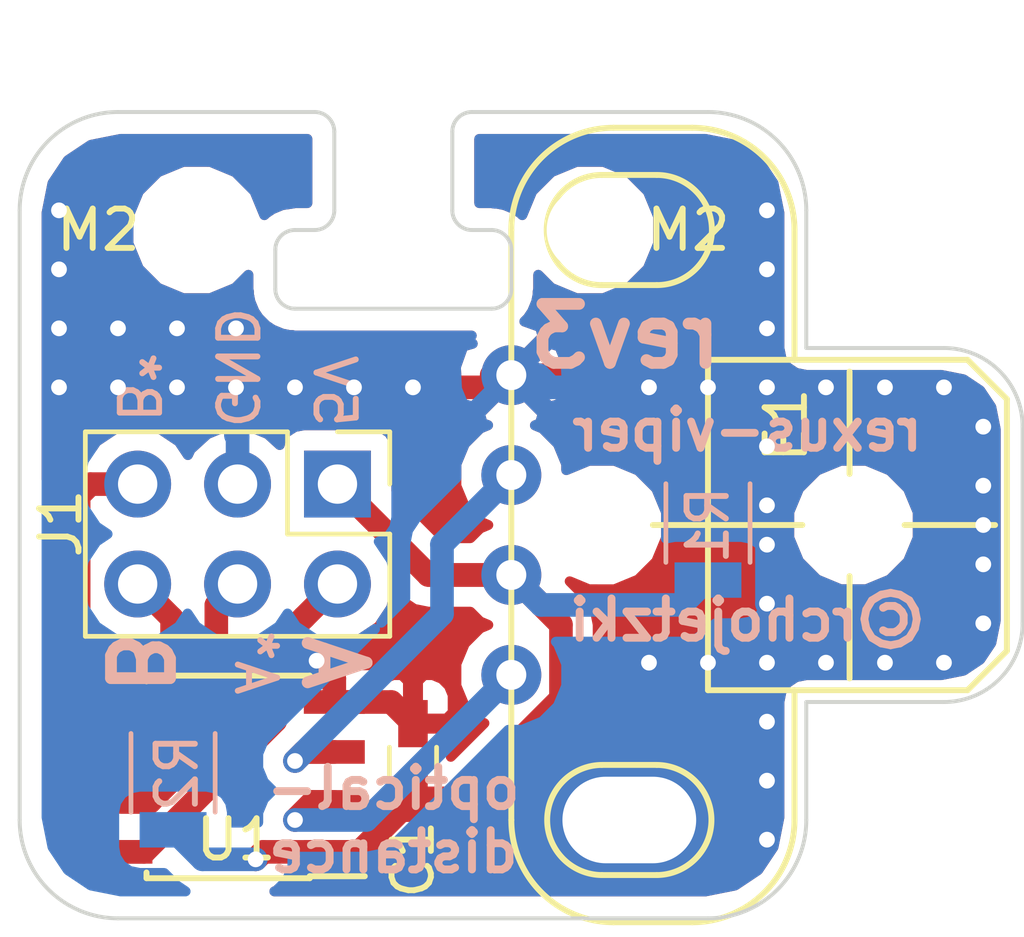
<source format=kicad_pcb>
(kicad_pcb (version 4) (host pcbnew 4.0.6)

  (general
    (links 17)
    (no_connects 0)
    (area 53.525 33.5 122.057143 62.415001)
    (thickness 1.6)
    (drawings 39)
    (tracks 148)
    (zones 0)
    (modules 8)
    (nets 9)
  )

  (page User 140.005 119.99)
  (title_block
    (title "Optical position sensor")
    (date 2017-06-01)
    (rev 1)
    (company VIPER)
  )

  (layers
    (0 F.Cu signal)
    (31 B.Cu signal)
    (32 B.Adhes user)
    (33 F.Adhes user)
    (34 B.Paste user)
    (35 F.Paste user)
    (36 B.SilkS user)
    (37 F.SilkS user)
    (38 B.Mask user)
    (39 F.Mask user)
    (40 Dwgs.User user)
    (41 Cmts.User user)
    (42 Eco1.User user)
    (43 Eco2.User user)
    (44 Edge.Cuts user)
    (45 Margin user)
    (46 B.CrtYd user)
    (47 F.CrtYd user)
    (48 B.Fab user hide)
    (49 F.Fab user hide)
  )

  (setup
    (last_trace_width 0.6)
    (user_trace_width 0.3)
    (trace_clearance 0.2)
    (zone_clearance 0.508)
    (zone_45_only no)
    (trace_min 0.2)
    (segment_width 0.2)
    (edge_width 0.1)
    (via_size 0.6)
    (via_drill 0.4)
    (via_min_size 0.4)
    (via_min_drill 0.3)
    (uvia_size 0.3)
    (uvia_drill 0.1)
    (uvias_allowed no)
    (uvia_min_size 0.2)
    (uvia_min_drill 0.1)
    (pcb_text_width 0.3)
    (pcb_text_size 1.5 1.5)
    (mod_edge_width 0.15)
    (mod_text_size 1 1)
    (mod_text_width 0.15)
    (pad_size 2.2 3.4)
    (pad_drill 2.2)
    (pad_to_mask_clearance 0)
    (aux_axis_origin 0 0)
    (visible_elements 7FFFFFFF)
    (pcbplotparams
      (layerselection 0x010f0_80000001)
      (usegerberextensions true)
      (excludeedgelayer true)
      (linewidth 0.100000)
      (plotframeref false)
      (viasonmask false)
      (mode 1)
      (useauxorigin false)
      (hpglpennumber 1)
      (hpglpenspeed 20)
      (hpglpendiameter 15)
      (hpglpenoverlay 2)
      (psnegative false)
      (psa4output false)
      (plotreference true)
      (plotvalue true)
      (plotinvisibletext false)
      (padsonsilk false)
      (subtractmaskfromsilk false)
      (outputformat 1)
      (mirror false)
      (drillshape 0)
      (scaleselection 1)
      (outputdirectory gerber/))
  )

  (net 0 "")
  (net 1 "Net-(E1-Pad2)")
  (net 2 "Net-(E1-Pad4)")
  (net 3 /VCC)
  (net 4 /GND)
  (net 5 /A)
  (net 6 /A*)
  (net 7 /B*)
  (net 8 /B)

  (net_class Default "This is the default net class."
    (clearance 0.2)
    (trace_width 0.6)
    (via_dia 0.6)
    (via_drill 0.4)
    (uvia_dia 0.3)
    (uvia_drill 0.1)
    (add_net /A)
    (add_net /A*)
    (add_net /B)
    (add_net /B*)
    (add_net /GND)
    (add_net /VCC)
    (add_net "Net-(E1-Pad2)")
    (add_net "Net-(E1-Pad4)")
  )

  (module rchojetzki-optical-distance:HEDS-9731#X50 (layer F.Cu) (tedit 5A0502CE) (tstamp 59CC3997)
    (at 97.5 44.5 90)
    (path /591DC4C2)
    (fp_text reference E1 (at 2.54 6.985 90) (layer F.SilkS)
      (effects (font (size 1 1) (thickness 0.15)))
    )
    (fp_text value HEDS-9731#15X (at 0 -2 90) (layer F.Fab)
      (effects (font (size 1 1) (thickness 0.15)))
    )
    (fp_line (start 4.2 7.2) (end 4.2 5) (layer F.SilkS) (width 0.15))
    (fp_line (start -4.2 5) (end -4.2 7.2) (layer F.SilkS) (width 0.15))
    (fp_line (start -4.2 5) (end 4.2 5) (layer F.SilkS) (width 0.15))
    (fp_line (start -3.9 8.6) (end -1.3 8.6) (layer F.SilkS) (width 0.15))
    (fp_line (start 0 10) (end 0 12.3) (layer F.SilkS) (width 0.15))
    (fp_line (start -7.5 0) (end 7.5 0) (layer F.SilkS) (width 0.15))
    (fp_line (start -7.5 7.2) (end -4.2 7.2) (layer F.SilkS) (width 0.15))
    (fp_line (start 10.1 2.6) (end 10.1 4.6) (layer F.SilkS) (width 0.15))
    (fp_arc (start -7.5 2.6) (end -10.1 2.6) (angle 90) (layer F.SilkS) (width 0.15))
    (fp_arc (start 7.5 4.6) (end 10.1 4.6) (angle 90) (layer F.SilkS) (width 0.15))
    (fp_arc (start 7.5 2.6) (end 7.5 0) (angle 90) (layer F.SilkS) (width 0.15))
    (fp_line (start -8.9 2.3) (end -8.9 3.7) (layer F.SilkS) (width 0.15))
    (fp_line (start -6.1 2.3) (end -6.1 3.7) (layer F.SilkS) (width 0.15))
    (fp_arc (start -7.5 3.7) (end -8.9 3.7) (angle -180) (layer F.SilkS) (width 0.15))
    (fp_arc (start -7.5 2.3) (end -8.9 2.3) (angle 180) (layer F.SilkS) (width 0.15))
    (fp_line (start 6.1 3.7) (end 6.1 2.3) (layer F.SilkS) (width 0.15))
    (fp_line (start 8.9 2.3) (end 8.9 3.7) (layer F.SilkS) (width 0.15))
    (fp_arc (start 7.5 2.3) (end 8.9 2.3) (angle -180) (layer F.SilkS) (width 0.15))
    (fp_arc (start 7.5 3.7) (end 8.9 3.7) (angle 180) (layer F.SilkS) (width 0.15))
    (fp_line (start -4.2 11.6) (end -4.2 7.2) (layer F.SilkS) (width 0.15))
    (fp_line (start -3.2 12.6) (end -4.2 11.6) (layer F.SilkS) (width 0.15))
    (fp_line (start 3.2 12.6) (end -3.2 12.6) (layer F.SilkS) (width 0.15))
    (fp_line (start 3.2 12.6) (end 4.2 11.6) (layer F.SilkS) (width 0.15))
    (fp_arc (start -7.5 4.6) (end -7.5 7.2) (angle 90) (layer F.SilkS) (width 0.15))
    (fp_line (start -10.1 2.6) (end -10.1 4.6) (layer F.SilkS) (width 0.15))
    (fp_line (start 7.5 7.2) (end 4.2 7.2) (layer F.SilkS) (width 0.15))
    (fp_line (start 4.2 11.6) (end 4.2 7.2) (layer F.SilkS) (width 0.15))
    (fp_line (start 0 7.4) (end 0 3.6) (layer F.SilkS) (width 0.15))
    (fp_line (start 3.9 8.6) (end 1.3 8.6) (layer F.SilkS) (width 0.15))
    (pad 1 thru_hole circle (at 3.81 0 90) (size 1.524 1.524) (drill 0.762) (layers *.Cu *.Mask)
      (net 4 /GND))
    (pad 2 thru_hole circle (at 1.27 0 90) (size 1.524 1.524) (drill 0.762) (layers *.Cu *.Mask)
      (net 1 "Net-(E1-Pad2)"))
    (pad 3 thru_hole circle (at -1.27 0 90) (size 1.524 1.524) (drill 0.762) (layers *.Cu *.Mask)
      (net 3 /VCC))
    (pad 4 thru_hole circle (at -3.81 0 90) (size 1.524 1.524) (drill 0.762) (layers *.Cu *.Mask)
      (net 2 "Net-(E1-Pad4)"))
    (pad "" np_thru_hole circle (at 0 2.3 90) (size 2 2) (drill 2) (layers *.Cu *.Mask)
      (solder_mask_margin 0.1) (solder_paste_margin 0.1) (clearance 0.1))
    (pad "" np_thru_hole circle (at 0 8.7 90) (size 2 2) (drill 2) (layers *.Cu *.Mask)
      (solder_mask_margin 0.1) (solder_paste_margin 0.1) (clearance 0.1))
    (pad "" thru_hole oval (at -7.5 3 90) (size 2.2 3.4) (drill oval 2.2 3.4) (layers *.Cu *.Mask)
      (net 4 /GND) (solder_mask_margin 0.1) (solder_paste_margin 0.1) (clearance 0.1) (zone_connect 2))
    (model F:/Richard/dev/viper/elektronik_repo/rexus-viper-elektronik/boards/optical-distance/rchojetzki-optical-distance.pretty/HEDS-973X#X50.wrl
      (at (xyz 0 0 0))
      (scale (xyz 1 1 1))
      (rotate (xyz 0 0 90))
    )
  )

  (module Pin_Headers:Pin_Header_Straight_2x03_Pitch2.54mm (layer F.Cu) (tedit 58CD4EC5) (tstamp 591E2533)
    (at 93.08 43.46 270)
    (descr "Through hole straight pin header, 2x03, 2.54mm pitch, double rows")
    (tags "Through hole pin header THT 2x03 2.54mm double row")
    (path /591E1D87)
    (fp_text reference J1 (at 1 7.04 270) (layer F.SilkS)
      (effects (font (size 1 1) (thickness 0.15)))
    )
    (fp_text value CONN_02X03 (at 5.655 1.875 360) (layer F.Fab)
      (effects (font (size 1 1) (thickness 0.15)))
    )
    (fp_line (start -1.27 -1.27) (end -1.27 6.35) (layer F.Fab) (width 0.1))
    (fp_line (start -1.27 6.35) (end 3.81 6.35) (layer F.Fab) (width 0.1))
    (fp_line (start 3.81 6.35) (end 3.81 -1.27) (layer F.Fab) (width 0.1))
    (fp_line (start 3.81 -1.27) (end -1.27 -1.27) (layer F.Fab) (width 0.1))
    (fp_line (start -1.33 1.27) (end -1.33 6.41) (layer F.SilkS) (width 0.12))
    (fp_line (start -1.33 6.41) (end 3.87 6.41) (layer F.SilkS) (width 0.12))
    (fp_line (start 3.87 6.41) (end 3.87 -1.33) (layer F.SilkS) (width 0.12))
    (fp_line (start 3.87 -1.33) (end 1.27 -1.33) (layer F.SilkS) (width 0.12))
    (fp_line (start 1.27 -1.33) (end 1.27 1.27) (layer F.SilkS) (width 0.12))
    (fp_line (start 1.27 1.27) (end -1.33 1.27) (layer F.SilkS) (width 0.12))
    (fp_line (start -1.33 0) (end -1.33 -1.33) (layer F.SilkS) (width 0.12))
    (fp_line (start -1.33 -1.33) (end 0 -1.33) (layer F.SilkS) (width 0.12))
    (fp_line (start -1.8 -1.8) (end -1.8 6.85) (layer F.CrtYd) (width 0.05))
    (fp_line (start -1.8 6.85) (end 4.35 6.85) (layer F.CrtYd) (width 0.05))
    (fp_line (start 4.35 6.85) (end 4.35 -1.8) (layer F.CrtYd) (width 0.05))
    (fp_line (start 4.35 -1.8) (end -1.8 -1.8) (layer F.CrtYd) (width 0.05))
    (fp_text user %R (at 1.27 -2.33 270) (layer F.Fab)
      (effects (font (size 1 1) (thickness 0.15)))
    )
    (pad 1 thru_hole rect (at 0 0 270) (size 1.7 1.7) (drill 1) (layers *.Cu *.Mask)
      (net 3 /VCC))
    (pad 2 thru_hole oval (at 2.54 0 270) (size 1.7 1.7) (drill 1) (layers *.Cu *.Mask)
      (net 5 /A))
    (pad 3 thru_hole oval (at 0 2.54 270) (size 1.7 1.7) (drill 1) (layers *.Cu *.Mask)
      (net 4 /GND))
    (pad 4 thru_hole oval (at 2.54 2.54 270) (size 1.7 1.7) (drill 1) (layers *.Cu *.Mask)
      (net 6 /A*))
    (pad 5 thru_hole oval (at 0 5.08 270) (size 1.7 1.7) (drill 1) (layers *.Cu *.Mask)
      (net 7 /B*))
    (pad 6 thru_hole oval (at 2.54 5.08 270) (size 1.7 1.7) (drill 1) (layers *.Cu *.Mask)
      (net 8 /B))
    (model ${KISYS3DMOD}/Pin_Headers.3dshapes/Pin_Header_Straight_2x03_Pitch2.54mm.wrl
      (at (xyz 0.05 -0.1 0))
      (scale (xyz 1 1 1))
      (rotate (xyz 0 0 90))
    )
  )

  (module Housings_SOIC:SOIC-8_3.9x4.9mm_Pitch1.27mm (layer F.Cu) (tedit 58CD0CDA) (tstamp 59247E2A)
    (at 90.3 50.905 180)
    (descr "8-Lead Plastic Small Outline (SN) - Narrow, 3.90 mm Body [SOIC] (see Microchip Packaging Specification 00000049BS.pdf)")
    (tags "SOIC 1.27")
    (path /59247C07)
    (attr smd)
    (fp_text reference U1 (at -0.2 -1.595 180) (layer F.SilkS)
      (effects (font (size 1 1) (thickness 0.15)))
    )
    (fp_text value DS9638 (at 0 3.5 180) (layer F.Fab)
      (effects (font (size 1 1) (thickness 0.15)))
    )
    (fp_text user %R (at 0 0 180) (layer F.Fab)
      (effects (font (size 1 1) (thickness 0.15)))
    )
    (fp_line (start -0.95 -2.45) (end 1.95 -2.45) (layer F.Fab) (width 0.1))
    (fp_line (start 1.95 -2.45) (end 1.95 2.45) (layer F.Fab) (width 0.1))
    (fp_line (start 1.95 2.45) (end -1.95 2.45) (layer F.Fab) (width 0.1))
    (fp_line (start -1.95 2.45) (end -1.95 -1.45) (layer F.Fab) (width 0.1))
    (fp_line (start -1.95 -1.45) (end -0.95 -2.45) (layer F.Fab) (width 0.1))
    (fp_line (start -3.73 -2.7) (end -3.73 2.7) (layer F.CrtYd) (width 0.05))
    (fp_line (start 3.73 -2.7) (end 3.73 2.7) (layer F.CrtYd) (width 0.05))
    (fp_line (start -3.73 -2.7) (end 3.73 -2.7) (layer F.CrtYd) (width 0.05))
    (fp_line (start -3.73 2.7) (end 3.73 2.7) (layer F.CrtYd) (width 0.05))
    (fp_line (start -2.075 -2.575) (end -2.075 -2.525) (layer F.SilkS) (width 0.15))
    (fp_line (start 2.075 -2.575) (end 2.075 -2.43) (layer F.SilkS) (width 0.15))
    (fp_line (start 2.075 2.575) (end 2.075 2.43) (layer F.SilkS) (width 0.15))
    (fp_line (start -2.075 2.575) (end -2.075 2.43) (layer F.SilkS) (width 0.15))
    (fp_line (start -2.075 -2.575) (end 2.075 -2.575) (layer F.SilkS) (width 0.15))
    (fp_line (start -2.075 2.575) (end 2.075 2.575) (layer F.SilkS) (width 0.15))
    (fp_line (start -2.075 -2.525) (end -3.475 -2.525) (layer F.SilkS) (width 0.15))
    (pad 1 smd rect (at -2.7 -1.905 180) (size 1.55 0.6) (layers F.Cu F.Paste F.Mask)
      (net 3 /VCC))
    (pad 2 smd rect (at -2.7 -0.635 180) (size 1.55 0.6) (layers F.Cu F.Paste F.Mask)
      (net 2 "Net-(E1-Pad4)"))
    (pad 3 smd rect (at -2.7 0.635 180) (size 1.55 0.6) (layers F.Cu F.Paste F.Mask)
      (net 1 "Net-(E1-Pad2)"))
    (pad 4 smd rect (at -2.7 1.905 180) (size 1.55 0.6) (layers F.Cu F.Paste F.Mask)
      (net 4 /GND))
    (pad 5 smd rect (at 2.7 1.905 180) (size 1.55 0.6) (layers F.Cu F.Paste F.Mask)
      (net 7 /B*))
    (pad 6 smd rect (at 2.7 0.635 180) (size 1.55 0.6) (layers F.Cu F.Paste F.Mask)
      (net 8 /B))
    (pad 7 smd rect (at 2.7 -0.635 180) (size 1.55 0.6) (layers F.Cu F.Paste F.Mask)
      (net 6 /A*))
    (pad 8 smd rect (at 2.7 -1.905 180) (size 1.55 0.6) (layers F.Cu F.Paste F.Mask)
      (net 5 /A))
    (model Housings_SOIC.3dshapes/SOIC-8_3.9x4.9mm_Pitch1.27mm.wrl
      (at (xyz 0 0 0))
      (scale (xyz 1 1 1))
      (rotate (xyz 0 0 0))
    )
  )

  (module Capacitors_SMD:C_0603_HandSoldering (layer F.Cu) (tedit 58AA848B) (tstamp 59247E1A)
    (at 95 50.5 90)
    (descr "Capacitor SMD 0603, hand soldering")
    (tags "capacitor 0603")
    (path /592486D5)
    (attr smd)
    (fp_text reference C1 (at -2.5 0 90) (layer F.SilkS)
      (effects (font (size 1 1) (thickness 0.15)))
    )
    (fp_text value 100nF (at 0 1.5 90) (layer F.Fab)
      (effects (font (size 1 1) (thickness 0.15)))
    )
    (fp_text user %R (at 0 -1.25 90) (layer F.Fab)
      (effects (font (size 1 1) (thickness 0.15)))
    )
    (fp_line (start -0.8 0.4) (end -0.8 -0.4) (layer F.Fab) (width 0.1))
    (fp_line (start 0.8 0.4) (end -0.8 0.4) (layer F.Fab) (width 0.1))
    (fp_line (start 0.8 -0.4) (end 0.8 0.4) (layer F.Fab) (width 0.1))
    (fp_line (start -0.8 -0.4) (end 0.8 -0.4) (layer F.Fab) (width 0.1))
    (fp_line (start -0.35 -0.6) (end 0.35 -0.6) (layer F.SilkS) (width 0.12))
    (fp_line (start 0.35 0.6) (end -0.35 0.6) (layer F.SilkS) (width 0.12))
    (fp_line (start -1.8 -0.65) (end 1.8 -0.65) (layer F.CrtYd) (width 0.05))
    (fp_line (start -1.8 -0.65) (end -1.8 0.65) (layer F.CrtYd) (width 0.05))
    (fp_line (start 1.8 0.65) (end 1.8 -0.65) (layer F.CrtYd) (width 0.05))
    (fp_line (start 1.8 0.65) (end -1.8 0.65) (layer F.CrtYd) (width 0.05))
    (pad 1 smd rect (at -0.95 0 90) (size 1.2 0.75) (layers F.Cu F.Paste F.Mask)
      (net 3 /VCC))
    (pad 2 smd rect (at 0.95 0 90) (size 1.2 0.75) (layers F.Cu F.Paste F.Mask)
      (net 4 /GND))
    (model Capacitors_SMD.3dshapes/C_0603.wrl
      (at (xyz 0 0 0))
      (scale (xyz 1 1 1))
      (rotate (xyz 0 0 0))
    )
  )

  (module Mounting_Holes:MountingHole_2.2mm_M2 (layer F.Cu) (tedit 59FF5E7B) (tstamp 59FF1A1C)
    (at 99.5 37)
    (descr "Mounting Hole 2.2mm, no annular, M2")
    (tags "mounting hole 2.2mm no annular m2")
    (attr virtual)
    (fp_text reference M2 (at 2.5 0) (layer F.SilkS)
      (effects (font (size 1 1) (thickness 0.15)))
    )
    (fp_text value MountingHole_2.2mm_M2 (at 13 0) (layer F.Fab)
      (effects (font (size 1 1) (thickness 0.15)))
    )
    (fp_text user %R (at 0 -5) (layer F.Fab)
      (effects (font (size 1 1) (thickness 0.15)))
    )
    (fp_circle (center 0 0) (end 2.2 0) (layer Cmts.User) (width 0.15))
    (fp_circle (center 0 0) (end 2.45 0) (layer F.CrtYd) (width 0.05))
    (pad "" np_thru_hole circle (at 0 0) (size 2.2 2.2) (drill 2.2) (layers *.Cu *.Mask))
  )

  (module Mounting_Holes:MountingHole_2.2mm_M2 (layer F.Cu) (tedit 59FF24BC) (tstamp 59FF1A8F)
    (at 89.5 37)
    (descr "Mounting Hole 2.2mm, no annular, M2")
    (tags "mounting hole 2.2mm no annular m2")
    (attr virtual)
    (fp_text reference M2 (at -2.5 0) (layer F.SilkS)
      (effects (font (size 1 1) (thickness 0.15)))
    )
    (fp_text value MountingHole_2.2mm_M2 (at -12 0) (layer F.Fab)
      (effects (font (size 1 1) (thickness 0.15)))
    )
    (fp_text user %R (at 0 -5) (layer F.Fab)
      (effects (font (size 1 1) (thickness 0.15)))
    )
    (fp_circle (center 0 0) (end 2.2 0) (layer Cmts.User) (width 0.15))
    (fp_circle (center 0 0) (end 2.45 0) (layer F.CrtYd) (width 0.05))
    (pad 1 np_thru_hole circle (at 0 0) (size 2.2 2.2) (drill 2.2) (layers *.Cu *.Mask))
  )

  (module Resistors_SMD:R_1206 (layer B.Cu) (tedit 59FF4566) (tstamp 59FF4273)
    (at 102.5 44.45 90)
    (descr "Resistor SMD 1206, reflow soldering, Vishay (see dcrcw.pdf)")
    (tags "resistor 1206")
    (path /59FF412E)
    (attr smd)
    (fp_text reference R1 (at -0.05 0 90) (layer B.SilkS)
      (effects (font (size 1 1) (thickness 0.15)) (justify mirror))
    )
    (fp_text value HEAT (at 0 -1.95 90) (layer B.Fab)
      (effects (font (size 1 1) (thickness 0.15)) (justify mirror))
    )
    (fp_text user %R (at 0 0 90) (layer B.Fab)
      (effects (font (size 0.7 0.7) (thickness 0.105)) (justify mirror))
    )
    (fp_line (start -1.6 -0.8) (end -1.6 0.8) (layer B.Fab) (width 0.1))
    (fp_line (start 1.6 -0.8) (end -1.6 -0.8) (layer B.Fab) (width 0.1))
    (fp_line (start 1.6 0.8) (end 1.6 -0.8) (layer B.Fab) (width 0.1))
    (fp_line (start -1.6 0.8) (end 1.6 0.8) (layer B.Fab) (width 0.1))
    (fp_line (start 1 -1.07) (end -1 -1.07) (layer B.SilkS) (width 0.12))
    (fp_line (start -1 1.07) (end 1 1.07) (layer B.SilkS) (width 0.12))
    (fp_line (start -2.15 1.11) (end 2.15 1.11) (layer B.CrtYd) (width 0.05))
    (fp_line (start -2.15 1.11) (end -2.15 -1.1) (layer B.CrtYd) (width 0.05))
    (fp_line (start 2.15 -1.1) (end 2.15 1.11) (layer B.CrtYd) (width 0.05))
    (fp_line (start 2.15 -1.1) (end -2.15 -1.1) (layer B.CrtYd) (width 0.05))
    (pad 1 smd rect (at -1.45 0 90) (size 0.9 1.7) (layers B.Cu B.Paste B.Mask)
      (net 3 /VCC))
    (pad 2 smd rect (at 1.45 0 90) (size 0.9 1.7) (layers B.Cu B.Paste B.Mask)
      (net 4 /GND) (zone_connect 2))
    (model ${KISYS3DMOD}/Resistors_SMD.3dshapes/R_1206.wrl
      (at (xyz 0 0 0))
      (scale (xyz 1 1 1))
      (rotate (xyz 0 0 0))
    )
  )

  (module Resistors_SMD:R_1206 (layer B.Cu) (tedit 59FF4550) (tstamp 59FF4279)
    (at 88.9 50.8 90)
    (descr "Resistor SMD 1206, reflow soldering, Vishay (see dcrcw.pdf)")
    (tags "resistor 1206")
    (path /59FF41A8)
    (attr smd)
    (fp_text reference R2 (at 0 0.1 90) (layer B.SilkS)
      (effects (font (size 1 1) (thickness 0.15)) (justify mirror))
    )
    (fp_text value HEAT (at 0 -1.95 90) (layer B.Fab)
      (effects (font (size 1 1) (thickness 0.15)) (justify mirror))
    )
    (fp_text user %R (at 0 0 90) (layer B.Fab)
      (effects (font (size 0.7 0.7) (thickness 0.105)) (justify mirror))
    )
    (fp_line (start -1.6 -0.8) (end -1.6 0.8) (layer B.Fab) (width 0.1))
    (fp_line (start 1.6 -0.8) (end -1.6 -0.8) (layer B.Fab) (width 0.1))
    (fp_line (start 1.6 0.8) (end 1.6 -0.8) (layer B.Fab) (width 0.1))
    (fp_line (start -1.6 0.8) (end 1.6 0.8) (layer B.Fab) (width 0.1))
    (fp_line (start 1 -1.07) (end -1 -1.07) (layer B.SilkS) (width 0.12))
    (fp_line (start -1 1.07) (end 1 1.07) (layer B.SilkS) (width 0.12))
    (fp_line (start -2.15 1.11) (end 2.15 1.11) (layer B.CrtYd) (width 0.05))
    (fp_line (start -2.15 1.11) (end -2.15 -1.1) (layer B.CrtYd) (width 0.05))
    (fp_line (start 2.15 -1.1) (end 2.15 1.11) (layer B.CrtYd) (width 0.05))
    (fp_line (start 2.15 -1.1) (end -2.15 -1.1) (layer B.CrtYd) (width 0.05))
    (pad 1 smd rect (at -1.45 0 90) (size 0.9 1.7) (layers B.Cu B.Paste B.Mask)
      (net 3 /VCC))
    (pad 2 smd rect (at 1.45 0 90) (size 0.9 1.7) (layers B.Cu B.Paste B.Mask)
      (net 4 /GND) (zone_connect 2))
    (model ${KISYS3DMOD}/Resistors_SMD.3dshapes/R_1206.wrl
      (at (xyz 0 0 0))
      (scale (xyz 1 1 1))
      (rotate (xyz 0 0 0))
    )
  )

  (gr_text rev3 (at 100.4 39.7) (layer B.SilkS)
    (effects (font (size 1.5 1.5) (thickness 0.3)) (justify mirror))
  )
  (gr_text "rexus-viper\n\n\n©rchojetzki" (at 103.5 44.5) (layer B.SilkS)
    (effects (font (size 1 1) (thickness 0.2)) (justify mirror))
  )
  (gr_text "optical-\ndistance" (at 94.5 52) (layer B.SilkS) (tstamp 59CC3B94)
    (effects (font (size 1 1) (thickness 0.2)) (justify mirror))
  )
  (gr_text B (at 88 48 270) (layer B.SilkS)
    (effects (font (size 1.5 1.5) (thickness 0.3)) (justify mirror))
  )
  (gr_text A* (at 91 48 270) (layer B.SilkS)
    (effects (font (size 1 1) (thickness 0.15)) (justify mirror))
  )
  (gr_text A (at 93 48 270) (layer B.SilkS)
    (effects (font (size 1.5 1.5) (thickness 0.3)) (justify mirror))
  )
  (gr_arc (start 87.5 36.5) (end 85 36.5) (angle 90) (layer Edge.Cuts) (width 0.1))
  (gr_line (start 85 52) (end 85 36.5) (layer Edge.Cuts) (width 0.1))
  (gr_arc (start 87.5 52) (end 87.5 54.5) (angle 90) (layer Edge.Cuts) (width 0.1))
  (gr_line (start 105 49) (end 105 52) (layer Edge.Cuts) (width 0.1))
  (gr_line (start 105 36.5) (end 105 40) (layer Edge.Cuts) (width 0.1))
  (gr_arc (start 102.5 36.5) (end 105 36.5) (angle -90) (layer Edge.Cuts) (width 0.1))
  (gr_arc (start 102.5 52) (end 105 52) (angle 90) (layer Edge.Cuts) (width 0.1))
  (gr_arc (start 108.5 42) (end 110.5 42) (angle -90) (layer Edge.Cuts) (width 0.1))
  (gr_arc (start 108.5 47) (end 108.5 49) (angle -90) (layer Edge.Cuts) (width 0.1))
  (gr_line (start 110.5 47) (end 110.5 42) (layer Edge.Cuts) (width 0.1))
  (gr_line (start 105 40) (end 108.5 40) (layer Edge.Cuts) (width 0.1))
  (gr_line (start 105 49) (end 108.5 49) (layer Edge.Cuts) (width 0.1))
  (gr_line (start 102.5 54.5) (end 87.5 54.5) (layer Edge.Cuts) (width 0.1))
  (gr_line (start 96.5 34) (end 102.5 34) (layer Edge.Cuts) (width 0.1))
  (gr_line (start 87.5 34) (end 92.5 34) (layer Edge.Cuts) (width 0.1))
  (gr_line (start 93 34.5) (end 93 36.5) (layer Edge.Cuts) (width 0.1))
  (gr_line (start 96 36.5) (end 96 34.5) (layer Edge.Cuts) (width 0.1))
  (gr_line (start 96.5 37) (end 97 37) (layer Edge.Cuts) (width 0.1))
  (gr_line (start 92 37) (end 92.5 37) (layer Edge.Cuts) (width 0.1))
  (gr_arc (start 92.5 34.5) (end 93 34.5) (angle -90) (layer Edge.Cuts) (width 0.1))
  (gr_arc (start 96.5 34.5) (end 96 34.5) (angle 90) (layer Edge.Cuts) (width 0.1))
  (gr_arc (start 96.5 36.5) (end 96.5 37) (angle 90) (layer Edge.Cuts) (width 0.1))
  (gr_arc (start 92.5 36.5) (end 92.5 37) (angle -90) (layer Edge.Cuts) (width 0.1))
  (gr_arc (start 97 37.5) (end 97.5 37.5) (angle -90) (layer Edge.Cuts) (width 0.1))
  (gr_arc (start 92 37.5) (end 91.5 37.5) (angle 90) (layer Edge.Cuts) (width 0.1))
  (gr_line (start 97.5 38.5) (end 97.5 37.5) (layer Edge.Cuts) (width 0.1))
  (gr_line (start 91.5 38.5) (end 91.5 37.5) (layer Edge.Cuts) (width 0.1))
  (gr_arc (start 97 38.5) (end 97 39) (angle -90) (layer Edge.Cuts) (width 0.1))
  (gr_arc (start 92 38.5) (end 92 39) (angle 90) (layer Edge.Cuts) (width 0.1))
  (gr_line (start 92 39) (end 97 39) (layer Edge.Cuts) (width 0.1))
  (gr_text B* (at 88 41 270) (layer B.SilkS)
    (effects (font (size 1 1) (thickness 0.15)) (justify mirror))
  )
  (gr_text GND (at 90.5 40.5 270) (layer B.SilkS)
    (effects (font (size 1 1) (thickness 0.15)) (justify mirror))
  )
  (gr_text 5V (at 93 41.1 270) (layer B.SilkS)
    (effects (font (size 1 1) (thickness 0.15)) (justify mirror))
  )

  (segment (start 95.737999 46.762001) (end 95.737999 45) (width 0.6) (layer B.Cu) (net 1))
  (segment (start 95.737999 44.992001) (end 95.737999 45) (width 0.6) (layer B.Cu) (net 1))
  (segment (start 97.5 43.23) (end 95.737999 44.992001) (width 0.6) (layer B.Cu) (net 1))
  (segment (start 92 50.5) (end 95.737999 46.762001) (width 0.6) (layer B.Cu) (net 1))
  (segment (start 92.23 50.27) (end 92 50.5) (width 0.6) (layer F.Cu) (net 1))
  (via (at 92 50.5) (size 0.6) (drill 0.4) (layers F.Cu B.Cu) (net 1))
  (segment (start 93 50.27) (end 92.23 50.27) (width 0.6) (layer F.Cu) (net 1))
  (segment (start 92 52) (end 93.81 52) (width 0.6) (layer B.Cu) (net 2))
  (segment (start 93.81 52) (end 97.5 48.31) (width 0.6) (layer B.Cu) (net 2))
  (segment (start 93 51.54) (end 92.46 51.54) (width 0.6) (layer F.Cu) (net 2))
  (segment (start 92.46 51.54) (end 92 52) (width 0.6) (layer F.Cu) (net 2))
  (via (at 92 52) (size 0.6) (drill 0.4) (layers F.Cu B.Cu) (net 2))
  (segment (start 95 51.45) (end 96.227762 51.45) (width 0.6) (layer F.Cu) (net 3))
  (segment (start 96.227762 51.45) (end 98.762001 48.915761) (width 0.6) (layer F.Cu) (net 3))
  (segment (start 98.762001 48.915761) (end 98.762001 47.032001) (width 0.6) (layer F.Cu) (net 3))
  (segment (start 98.762001 47.032001) (end 98.261999 46.531999) (width 0.6) (layer F.Cu) (net 3))
  (segment (start 98.261999 46.531999) (end 97.5 45.77) (width 0.6) (layer F.Cu) (net 3))
  (segment (start 102.484308 45.884308) (end 101.836617 46.531999) (width 0.6) (layer B.Cu) (net 3))
  (segment (start 101.836617 46.531999) (end 98.261999 46.531999) (width 0.6) (layer B.Cu) (net 3))
  (segment (start 98.261999 46.531999) (end 97.5 45.77) (width 0.6) (layer B.Cu) (net 3))
  (segment (start 97.5 45.77) (end 95.39 45.77) (width 0.6) (layer F.Cu) (net 3))
  (segment (start 91 53) (end 89.65 53) (width 0.6) (layer B.Cu) (net 3))
  (segment (start 89.65 53) (end 88.9 52.25) (width 0.6) (layer B.Cu) (net 3))
  (segment (start 93 52.81) (end 91.19 52.81) (width 0.6) (layer F.Cu) (net 3))
  (segment (start 91.19 52.81) (end 91 53) (width 0.6) (layer F.Cu) (net 3))
  (via (at 91 53) (size 0.6) (drill 0.4) (layers F.Cu B.Cu) (net 3))
  (segment (start 97 45.77) (end 95.39 45.77) (width 0.6) (layer F.Cu) (net 3))
  (segment (start 95.39 45.77) (end 93.08 43.46) (width 0.6) (layer F.Cu) (net 3))
  (segment (start 93 52.81) (end 93.64 52.81) (width 0.6) (layer F.Cu) (net 3))
  (segment (start 93.64 52.81) (end 95 51.45) (width 0.6) (layer F.Cu) (net 3))
  (segment (start 92.55 47.95) (end 90.3 47.95) (width 0.6) (layer B.Cu) (net 4))
  (segment (start 90.3 47.95) (end 88.9 49.35) (width 0.6) (layer B.Cu) (net 4))
  (segment (start 93 49) (end 93 48.4) (width 0.6) (layer F.Cu) (net 4))
  (via (at 92.55 47.95) (size 0.6) (drill 0.4) (layers F.Cu B.Cu) (net 4))
  (segment (start 93 48.4) (end 92.55 47.95) (width 0.6) (layer F.Cu) (net 4))
  (segment (start 104 46.5) (end 104 48) (width 0.6) (layer F.Cu) (net 4))
  (segment (start 104 45) (end 104 46.5) (width 0.6) (layer B.Cu) (net 4))
  (via (at 104 46.5) (size 0.6) (drill 0.4) (layers F.Cu B.Cu) (net 4))
  (segment (start 104 44) (end 104 45) (width 0.6) (layer F.Cu) (net 4))
  (via (at 104 45) (size 0.6) (drill 0.4) (layers F.Cu B.Cu) (net 4))
  (via (at 104 44) (size 0.6) (drill 0.4) (layers F.Cu B.Cu) (net 4))
  (segment (start 104 42.5) (end 104 44) (width 0.6) (layer F.Cu) (net 4))
  (segment (start 104 41) (end 104 42.5) (width 0.6) (layer B.Cu) (net 4))
  (via (at 104 42.5) (size 0.6) (drill 0.4) (layers F.Cu B.Cu) (net 4))
  (via (at 86 36.5) (size 0.6) (drill 0.4) (layers F.Cu B.Cu) (net 4))
  (segment (start 86 38) (end 86 36.5) (width 0.6) (layer B.Cu) (net 4))
  (segment (start 86 39.5) (end 86 38) (width 0.6) (layer F.Cu) (net 4))
  (via (at 86 38) (size 0.6) (drill 0.4) (layers F.Cu B.Cu) (net 4))
  (via (at 90.5 39.5) (size 0.6) (drill 0.4) (layers F.Cu B.Cu) (net 4))
  (segment (start 95 41) (end 97.19 41) (width 0.6) (layer F.Cu) (net 4))
  (segment (start 97.19 41) (end 97.5 40.69) (width 0.6) (layer F.Cu) (net 4))
  (segment (start 95 41) (end 93.5 41) (width 0.6) (layer F.Cu) (net 4))
  (via (at 93.5 41) (size 0.6) (drill 0.4) (layers F.Cu B.Cu) (net 4))
  (segment (start 93.5 41) (end 95 41) (width 0.6) (layer B.Cu) (net 4))
  (via (at 95 41) (size 0.6) (drill 0.4) (layers F.Cu B.Cu) (net 4))
  (segment (start 92 41) (end 93.5 41) (width 0.6) (layer B.Cu) (net 4))
  (segment (start 90.5 41) (end 92 41) (width 0.6) (layer F.Cu) (net 4))
  (via (at 92 41) (size 0.6) (drill 0.4) (layers F.Cu B.Cu) (net 4))
  (segment (start 89 39.5) (end 90.5 39.5) (width 0.6) (layer F.Cu) (net 4))
  (segment (start 87.5 39.5) (end 89 39.5) (width 0.6) (layer B.Cu) (net 4))
  (via (at 89 39.5) (size 0.6) (drill 0.4) (layers F.Cu B.Cu) (net 4))
  (via (at 87.5 39.5) (size 0.6) (drill 0.4) (layers F.Cu B.Cu) (net 4))
  (segment (start 86 39.5) (end 87.5 39.5) (width 0.6) (layer B.Cu) (net 4))
  (segment (start 86 41) (end 86 39.5) (width 0.6) (layer F.Cu) (net 4))
  (via (at 86 39.5) (size 0.6) (drill 0.4) (layers F.Cu B.Cu) (net 4))
  (via (at 86 41) (size 0.6) (drill 0.4) (layers F.Cu B.Cu) (net 4))
  (segment (start 87.5 41) (end 86 41) (width 0.6) (layer F.Cu) (net 4))
  (segment (start 89 41) (end 87.5 41) (width 0.6) (layer B.Cu) (net 4))
  (via (at 87.5 41) (size 0.6) (drill 0.4) (layers F.Cu B.Cu) (net 4))
  (segment (start 90.5 41) (end 89 41) (width 0.6) (layer F.Cu) (net 4))
  (via (at 89 41) (size 0.6) (drill 0.4) (layers F.Cu B.Cu) (net 4))
  (segment (start 90.5 42.217919) (end 90.5 41) (width 0.6) (layer B.Cu) (net 4))
  (via (at 90.5 41) (size 0.6) (drill 0.4) (layers F.Cu B.Cu) (net 4))
  (segment (start 90.54 43.46) (end 90.54 42.257919) (width 0.6) (layer B.Cu) (net 4))
  (segment (start 90.54 42.257919) (end 90.5 42.217919) (width 0.6) (layer B.Cu) (net 4))
  (segment (start 100 41) (end 101 41) (width 0.6) (layer B.Cu) (net 4))
  (segment (start 97 40.69) (end 99.81 40.69) (width 0.6) (layer F.Cu) (net 4))
  (segment (start 99.81 40.69) (end 104 36.5) (width 0.6) (layer F.Cu) (net 4))
  (segment (start 102.5 48) (end 101 48) (width 0.6) (layer F.Cu) (net 4))
  (via (at 101 48) (size 0.6) (drill 0.4) (layers F.Cu B.Cu) (net 4))
  (segment (start 104 48) (end 102.5 48) (width 0.6) (layer B.Cu) (net 4))
  (via (at 102.5 48) (size 0.6) (drill 0.4) (layers F.Cu B.Cu) (net 4))
  (segment (start 98.19 40.69) (end 98 40.69) (width 0.6) (layer B.Cu) (net 4))
  (segment (start 98.5 41) (end 98.19 40.69) (width 0.6) (layer B.Cu) (net 4))
  (segment (start 100 41) (end 98.5 41) (width 0.6) (layer B.Cu) (net 4))
  (segment (start 102.5 41) (end 101 41) (width 0.6) (layer F.Cu) (net 4))
  (via (at 101 41) (size 0.6) (drill 0.4) (layers F.Cu B.Cu) (net 4))
  (segment (start 104 41) (end 102.5 41) (width 0.6) (layer B.Cu) (net 4))
  (via (at 102.5 41) (size 0.6) (drill 0.4) (layers F.Cu B.Cu) (net 4))
  (segment (start 104 51) (end 104 52.5) (width 0.6) (layer F.Cu) (net 4))
  (via (at 104 52.5) (size 0.6) (drill 0.4) (layers F.Cu B.Cu) (net 4))
  (segment (start 104 49.5) (end 104 51) (width 0.6) (layer B.Cu) (net 4))
  (via (at 104 51) (size 0.6) (drill 0.4) (layers F.Cu B.Cu) (net 4))
  (via (at 104 49.5) (size 0.6) (drill 0.4) (layers F.Cu B.Cu) (net 4))
  (segment (start 104 48) (end 104 49.5) (width 0.6) (layer B.Cu) (net 4))
  (segment (start 105.5 48) (end 104 48) (width 0.6) (layer F.Cu) (net 4))
  (via (at 104 48) (size 0.6) (drill 0.4) (layers F.Cu B.Cu) (net 4))
  (segment (start 107 48) (end 105.5 48) (width 0.6) (layer B.Cu) (net 4))
  (via (at 105.5 48) (size 0.6) (drill 0.4) (layers F.Cu B.Cu) (net 4))
  (segment (start 108.5 48) (end 107 48) (width 0.6) (layer F.Cu) (net 4))
  (via (at 107 48) (size 0.6) (drill 0.4) (layers F.Cu B.Cu) (net 4))
  (via (at 108.5 48) (size 0.6) (drill 0.4) (layers F.Cu B.Cu) (net 4))
  (segment (start 109.5 47) (end 108.5 48) (width 0.6) (layer F.Cu) (net 4))
  (segment (start 109.5 45.5) (end 109.5 47) (width 0.6) (layer B.Cu) (net 4))
  (via (at 109.5 47) (size 0.6) (drill 0.4) (layers F.Cu B.Cu) (net 4))
  (segment (start 109.5 44.5) (end 109.5 45.5) (width 0.6) (layer F.Cu) (net 4))
  (via (at 109.5 45.5) (size 0.6) (drill 0.4) (layers F.Cu B.Cu) (net 4))
  (via (at 109.5 43.5) (size 0.6) (drill 0.4) (layers F.Cu B.Cu) (net 4))
  (segment (start 109.5 43.5) (end 109.5 44.5) (width 0.6) (layer F.Cu) (net 4))
  (via (at 109.5 44.5) (size 0.6) (drill 0.4) (layers F.Cu B.Cu) (net 4))
  (segment (start 109.5 42) (end 109.5 43.5) (width 0.6) (layer F.Cu) (net 4))
  (segment (start 108.5 41) (end 109.5 42) (width 0.6) (layer B.Cu) (net 4))
  (via (at 109.5 42) (size 0.6) (drill 0.4) (layers F.Cu B.Cu) (net 4))
  (segment (start 107 41) (end 108.5 41) (width 0.6) (layer F.Cu) (net 4))
  (via (at 108.5 41) (size 0.6) (drill 0.4) (layers F.Cu B.Cu) (net 4))
  (segment (start 105.5 41) (end 107 41) (width 0.6) (layer B.Cu) (net 4))
  (via (at 107 41) (size 0.6) (drill 0.4) (layers F.Cu B.Cu) (net 4))
  (via (at 105.5 41) (size 0.6) (drill 0.4) (layers F.Cu B.Cu) (net 4))
  (segment (start 104 41) (end 105.5 41) (width 0.6) (layer F.Cu) (net 4))
  (segment (start 104 39.5) (end 104 41) (width 0.6) (layer B.Cu) (net 4))
  (via (at 104 41) (size 0.6) (drill 0.4) (layers F.Cu B.Cu) (net 4))
  (segment (start 104 38) (end 104 39.5) (width 0.6) (layer F.Cu) (net 4))
  (via (at 104 39.5) (size 0.6) (drill 0.4) (layers F.Cu B.Cu) (net 4))
  (segment (start 104 36.5) (end 104 38) (width 0.6) (layer B.Cu) (net 4))
  (via (at 104 38) (size 0.6) (drill 0.4) (layers F.Cu B.Cu) (net 4))
  (via (at 104 36.5) (size 0.6) (drill 0.4) (layers F.Cu B.Cu) (net 4))
  (segment (start 93 49) (end 94.45 49) (width 0.6) (layer F.Cu) (net 4))
  (segment (start 94.45 49) (end 95 49.55) (width 0.6) (layer F.Cu) (net 4))
  (segment (start 87.6 52.81) (end 88.166386 52.81) (width 0.6) (layer F.Cu) (net 5))
  (segment (start 88.166386 52.81) (end 91.5 49.476386) (width 0.6) (layer F.Cu) (net 5))
  (segment (start 91.5 49.476386) (end 91.5 47.58) (width 0.6) (layer F.Cu) (net 5))
  (segment (start 91.5 47.58) (end 92.230001 46.849999) (width 0.6) (layer F.Cu) (net 5))
  (segment (start 92.230001 46.849999) (end 93.08 46) (width 0.6) (layer F.Cu) (net 5))
  (segment (start 87.6 51.54) (end 88.305002 51.54) (width 0.6) (layer F.Cu) (net 6))
  (segment (start 88.305002 51.54) (end 90 49.845002) (width 0.6) (layer F.Cu) (net 6))
  (segment (start 90 49.845002) (end 90 46.54) (width 0.6) (layer F.Cu) (net 6))
  (segment (start 90 46.54) (end 90.54 46) (width 0.6) (layer F.Cu) (net 6))
  (segment (start 87.6 49) (end 87 49) (width 0.6) (layer F.Cu) (net 7))
  (segment (start 87 49) (end 86.5 48.5) (width 0.6) (layer F.Cu) (net 7))
  (segment (start 86.5 43.757919) (end 86.797919 43.46) (width 0.6) (layer F.Cu) (net 7))
  (segment (start 86.5 48.5) (end 86.5 43.757919) (width 0.6) (layer F.Cu) (net 7))
  (segment (start 86.797919 43.46) (end 88 43.46) (width 0.6) (layer F.Cu) (net 7))
  (segment (start 88.23 50.27) (end 88.875001 49.624999) (width 0.6) (layer F.Cu) (net 8))
  (segment (start 88.875001 49.624999) (end 88.875001 46.875001) (width 0.6) (layer F.Cu) (net 8))
  (segment (start 88.875001 46.875001) (end 88.849999 46.849999) (width 0.6) (layer F.Cu) (net 8))
  (segment (start 88.849999 46.849999) (end 88 46) (width 0.6) (layer F.Cu) (net 8))
  (segment (start 87.6 50.27) (end 88.23 50.27) (width 0.6) (layer F.Cu) (net 8))
  (segment (start 87.6 50.27) (end 87.73 50.27) (width 0.6) (layer F.Cu) (net 8))

  (zone (net 4) (net_name /GND) (layer F.Cu) (tstamp 0) (hatch edge 0.508)
    (connect_pads (clearance 0.508))
    (min_thickness 0.254)
    (fill yes (arc_segments 16) (thermal_gap 0.508) (thermal_bridge_width 0.508))
    (polygon
      (pts
        (xy 84.5 33.5) (xy 110.5 33.5) (xy 110.5 55) (xy 84.5 55)
      )
    )
    (filled_polygon
      (pts
        (xy 92.315 36.315) (xy 92 36.315) (xy 91.93383 36.328162) (xy 91.675022 36.366222) (xy 91.67502 36.366223)
        (xy 91.675018 36.366223) (xy 91.560329 36.413729) (xy 91.428093 36.468503) (xy 91.428092 36.468504) (xy 91.42809 36.468505)
        (xy 91.265879 36.576892) (xy 91.220995 36.621777) (xy 90.971719 36.018485) (xy 90.484082 35.529996) (xy 89.846627 35.265301)
        (xy 89.156401 35.264699) (xy 88.518485 35.528281) (xy 88.029996 36.015918) (xy 87.765301 36.653373) (xy 87.764699 37.343599)
        (xy 88.028281 37.981515) (xy 88.515918 38.470004) (xy 89.153373 38.734699) (xy 89.843599 38.735301) (xy 90.481515 38.471719)
        (xy 90.815 38.138816) (xy 90.815 38.5) (xy 90.828162 38.56617) (xy 90.828162 38.633636) (xy 90.866222 38.824978)
        (xy 90.866223 38.82498) (xy 90.866223 38.824982) (xy 90.913729 38.939671) (xy 90.968503 39.071907) (xy 90.968504 39.071908)
        (xy 90.968505 39.07191) (xy 91.076892 39.234121) (xy 91.15141 39.308638) (xy 91.265879 39.423108) (xy 91.42809 39.531495)
        (xy 91.428092 39.531496) (xy 91.428093 39.531497) (xy 91.519976 39.569556) (xy 91.675018 39.633777) (xy 91.67502 39.633777)
        (xy 91.675022 39.633778) (xy 91.866365 39.671838) (xy 91.93383 39.671838) (xy 92 39.685) (xy 96.494156 39.685)
        (xy 96.404774 39.774382) (xy 96.519785 39.889393) (xy 96.277603 39.958857) (xy 96.090856 40.482302) (xy 96.118638 41.037368)
        (xy 96.277603 41.421143) (xy 96.519787 41.490608) (xy 97.320395 40.69) (xy 97.679605 40.69) (xy 98.480213 41.490608)
        (xy 98.722397 41.421143) (xy 98.909144 40.897698) (xy 98.881362 40.342632) (xy 98.722397 39.958857) (xy 98.480213 39.889392)
        (xy 97.679605 40.69) (xy 97.320395 40.69) (xy 97.306253 40.675858) (xy 97.485858 40.496253) (xy 97.5 40.510395)
        (xy 98.300608 39.709787) (xy 98.231143 39.467603) (xy 97.832019 39.325209) (xy 97.84859 39.308638) (xy 97.923108 39.234121)
        (xy 98.031495 39.07191) (xy 98.031496 39.071908) (xy 98.031497 39.071907) (xy 98.086271 38.939671) (xy 98.133777 38.824982)
        (xy 98.133777 38.82498) (xy 98.133778 38.824978) (xy 98.171838 38.633635) (xy 98.171838 38.56617) (xy 98.185 38.5)
        (xy 98.185 38.138508) (xy 98.515918 38.470004) (xy 99.153373 38.734699) (xy 99.843599 38.735301) (xy 100.481515 38.471719)
        (xy 100.970004 37.984082) (xy 101.234699 37.346627) (xy 101.235301 36.656401) (xy 100.971719 36.018485) (xy 100.484082 35.529996)
        (xy 99.846627 35.265301) (xy 99.156401 35.264699) (xy 98.518485 35.528281) (xy 98.029996 36.015918) (xy 97.778592 36.621364)
        (xy 97.734121 36.576892) (xy 97.57191 36.468505) (xy 97.571908 36.468504) (xy 97.571907 36.468503) (xy 97.439671 36.413729)
        (xy 97.324982 36.366223) (xy 97.32498 36.366223) (xy 97.324978 36.366222) (xy 97.133636 36.328162) (xy 97.06617 36.328162)
        (xy 97 36.315) (xy 96.685 36.315) (xy 96.685 34.685) (xy 102.432533 34.685) (xy 103.189435 34.835557)
        (xy 103.773908 35.226089) (xy 104.164443 35.810565) (xy 104.315 36.567467) (xy 104.315 40) (xy 104.367143 40.262138)
        (xy 104.515632 40.484368) (xy 104.737862 40.632857) (xy 105 40.685) (xy 108.432533 40.685) (xy 108.998094 40.797497)
        (xy 109.420357 41.079643) (xy 109.702503 41.501906) (xy 109.815 42.067466) (xy 109.815 46.932534) (xy 109.702503 47.498094)
        (xy 109.420357 47.920357) (xy 108.998094 48.202503) (xy 108.432533 48.315) (xy 105 48.315) (xy 104.737862 48.367143)
        (xy 104.515632 48.515632) (xy 104.367143 48.737862) (xy 104.315 49) (xy 104.315 51.932533) (xy 104.164443 52.689435)
        (xy 103.773908 53.273911) (xy 103.189435 53.664443) (xy 102.432533 53.815) (xy 91.475982 53.815) (xy 91.528943 53.793117)
        (xy 91.577144 53.745) (xy 92.163569 53.745) (xy 92.225 53.75744) (xy 93.775 53.75744) (xy 94.010317 53.713162)
        (xy 94.226441 53.57409) (xy 94.293114 53.476511) (xy 94.301145 53.471145) (xy 95.07485 52.69744) (xy 95.375 52.69744)
        (xy 95.610317 52.653162) (xy 95.826441 52.51409) (xy 95.914644 52.385) (xy 96.227762 52.385) (xy 96.585571 52.313827)
        (xy 96.888907 52.111145) (xy 99.423146 49.576906) (xy 99.625828 49.27357) (xy 99.697001 48.915761) (xy 99.697001 47.032006)
        (xy 99.697002 47.032001) (xy 99.625828 46.674193) (xy 99.625828 46.674192) (xy 99.423146 46.370856) (xy 98.983675 45.931385)
        (xy 99.473352 46.134716) (xy 100.123795 46.135284) (xy 100.724943 45.886894) (xy 101.185278 45.427363) (xy 101.434716 44.826648)
        (xy 101.434718 44.823795) (xy 104.564716 44.823795) (xy 104.813106 45.424943) (xy 105.272637 45.885278) (xy 105.873352 46.134716)
        (xy 106.523795 46.135284) (xy 107.124943 45.886894) (xy 107.585278 45.427363) (xy 107.834716 44.826648) (xy 107.835284 44.176205)
        (xy 107.586894 43.575057) (xy 107.127363 43.114722) (xy 106.526648 42.865284) (xy 105.876205 42.864716) (xy 105.275057 43.113106)
        (xy 104.814722 43.572637) (xy 104.565284 44.173352) (xy 104.564716 44.823795) (xy 101.434718 44.823795) (xy 101.435284 44.176205)
        (xy 101.186894 43.575057) (xy 100.727363 43.114722) (xy 100.126648 42.865284) (xy 99.476205 42.864716) (xy 98.897111 43.103994)
        (xy 98.897242 42.953339) (xy 98.68501 42.439697) (xy 98.29237 42.046371) (xy 98.100273 41.966605) (xy 98.231143 41.912397)
        (xy 98.300608 41.670213) (xy 97.5 40.869605) (xy 96.699392 41.670213) (xy 96.768857 41.912397) (xy 96.909318 41.962509)
        (xy 96.709697 42.04499) (xy 96.316371 42.43763) (xy 96.103243 42.9509) (xy 96.102758 43.506661) (xy 96.31499 44.020303)
        (xy 96.70763 44.413629) (xy 96.915512 44.499949) (xy 96.709697 44.58499) (xy 96.45925 44.835) (xy 95.77729 44.835)
        (xy 94.57744 43.63515) (xy 94.57744 42.61) (xy 94.533162 42.374683) (xy 94.39409 42.158559) (xy 94.18189 42.013569)
        (xy 93.93 41.96256) (xy 92.23 41.96256) (xy 91.994683 42.006838) (xy 91.778559 42.14591) (xy 91.633569 42.35811)
        (xy 91.611699 42.466107) (xy 91.306924 42.188355) (xy 90.89689 42.018524) (xy 90.667 42.139845) (xy 90.667 43.333)
        (xy 90.687 43.333) (xy 90.687 43.587) (xy 90.667 43.587) (xy 90.667 43.607) (xy 90.413 43.607)
        (xy 90.413 43.587) (xy 90.393 43.587) (xy 90.393 43.333) (xy 90.413 43.333) (xy 90.413 42.139845)
        (xy 90.18311 42.018524) (xy 89.773076 42.188355) (xy 89.344817 42.578642) (xy 89.277702 42.721553) (xy 89.050054 42.380853)
        (xy 88.568285 42.058946) (xy 88 41.945907) (xy 87.431715 42.058946) (xy 86.949946 42.380853) (xy 86.85363 42.525)
        (xy 86.797919 42.525) (xy 86.44011 42.596173) (xy 86.136774 42.798855) (xy 85.838855 43.096774) (xy 85.685 43.327035)
        (xy 85.685 36.567467) (xy 85.835557 35.810565) (xy 86.226089 35.226092) (xy 86.810565 34.835557) (xy 87.567467 34.685)
        (xy 92.315 34.685)
      )
    )
    (filled_polygon
      (pts
        (xy 94.728855 46.431145) (xy 95.032191 46.633827) (xy 95.39 46.705) (xy 96.459435 46.705) (xy 96.70763 46.953629)
        (xy 96.915512 47.039949) (xy 96.709697 47.12499) (xy 96.316371 47.51763) (xy 96.103243 48.0309) (xy 96.102758 48.586661)
        (xy 96.31499 49.100303) (xy 96.70763 49.493629) (xy 96.816596 49.538876) (xy 95.961094 50.394378) (xy 96.01 50.276309)
        (xy 96.01 49.83575) (xy 95.85125 49.677) (xy 95.127 49.677) (xy 95.127 49.697) (xy 94.873 49.697)
        (xy 94.873 49.677) (xy 94.853 49.677) (xy 94.853 49.423) (xy 94.873 49.423) (xy 94.873 48.47375)
        (xy 95.127 48.47375) (xy 95.127 49.423) (xy 95.85125 49.423) (xy 96.01 49.26425) (xy 96.01 48.823691)
        (xy 95.913327 48.590302) (xy 95.734699 48.411673) (xy 95.50131 48.315) (xy 95.28575 48.315) (xy 95.127 48.47375)
        (xy 94.873 48.47375) (xy 94.71425 48.315) (xy 94.49869 48.315) (xy 94.331528 48.384241) (xy 94.313327 48.340301)
        (xy 94.134698 48.161673) (xy 93.901309 48.065) (xy 93.28575 48.065) (xy 93.127 48.22375) (xy 93.127 48.873)
        (xy 93.147 48.873) (xy 93.147 49.127) (xy 93.127 49.127) (xy 93.127 49.147) (xy 92.873 49.147)
        (xy 92.873 49.127) (xy 92.853 49.127) (xy 92.853 48.873) (xy 92.873 48.873) (xy 92.873 48.22375)
        (xy 92.71425 48.065) (xy 92.435 48.065) (xy 92.435 47.96729) (xy 92.920019 47.482271) (xy 93.08 47.514093)
        (xy 93.648285 47.401054) (xy 94.130054 47.079147) (xy 94.451961 46.597378) (xy 94.525481 46.227771)
      )
    )
  )
  (zone (net 4) (net_name /GND) (layer B.Cu) (tstamp 0) (hatch edge 0.508)
    (connect_pads (clearance 0.508))
    (min_thickness 0.254)
    (fill yes (arc_segments 16) (thermal_gap 0.508) (thermal_bridge_width 0.508))
    (polygon
      (pts
        (xy 84.5 33.5) (xy 110.5 33.5) (xy 110.5 55) (xy 84.5 55)
      )
    )
    (filled_polygon
      (pts
        (xy 92.315 36.315) (xy 92 36.315) (xy 91.93383 36.328162) (xy 91.675022 36.366222) (xy 91.67502 36.366223)
        (xy 91.675018 36.366223) (xy 91.560329 36.413729) (xy 91.428093 36.468503) (xy 91.428092 36.468504) (xy 91.42809 36.468505)
        (xy 91.265879 36.576892) (xy 91.220995 36.621777) (xy 90.971719 36.018485) (xy 90.484082 35.529996) (xy 89.846627 35.265301)
        (xy 89.156401 35.264699) (xy 88.518485 35.528281) (xy 88.029996 36.015918) (xy 87.765301 36.653373) (xy 87.764699 37.343599)
        (xy 88.028281 37.981515) (xy 88.515918 38.470004) (xy 89.153373 38.734699) (xy 89.843599 38.735301) (xy 90.481515 38.471719)
        (xy 90.815 38.138816) (xy 90.815 38.5) (xy 90.828162 38.56617) (xy 90.828162 38.633636) (xy 90.866222 38.824978)
        (xy 90.866223 38.82498) (xy 90.866223 38.824982) (xy 90.913729 38.939671) (xy 90.968503 39.071907) (xy 90.968504 39.071908)
        (xy 90.968505 39.07191) (xy 91.076892 39.234121) (xy 91.15141 39.308638) (xy 91.265879 39.423108) (xy 91.42809 39.531495)
        (xy 91.428092 39.531496) (xy 91.428093 39.531497) (xy 91.519976 39.569556) (xy 91.675018 39.633777) (xy 91.67502 39.633777)
        (xy 91.675022 39.633778) (xy 91.866365 39.671838) (xy 91.93383 39.671838) (xy 92 39.685) (xy 96.494156 39.685)
        (xy 96.404774 39.774382) (xy 96.519785 39.889393) (xy 96.277603 39.958857) (xy 96.090856 40.482302) (xy 96.118638 41.037368)
        (xy 96.277603 41.421143) (xy 96.519787 41.490608) (xy 97.320395 40.69) (xy 97.679605 40.69) (xy 98.480213 41.490608)
        (xy 98.722397 41.421143) (xy 98.909144 40.897698) (xy 98.881362 40.342632) (xy 98.722397 39.958857) (xy 98.480213 39.889392)
        (xy 97.679605 40.69) (xy 97.320395 40.69) (xy 97.306253 40.675858) (xy 97.485858 40.496253) (xy 97.5 40.510395)
        (xy 98.300608 39.709787) (xy 98.231143 39.467603) (xy 97.832019 39.325209) (xy 97.84859 39.308638) (xy 97.923108 39.234121)
        (xy 98.031495 39.07191) (xy 98.031496 39.071908) (xy 98.031497 39.071907) (xy 98.086271 38.939671) (xy 98.133777 38.824982)
        (xy 98.133777 38.82498) (xy 98.133778 38.824978) (xy 98.171838 38.633635) (xy 98.171838 38.56617) (xy 98.185 38.5)
        (xy 98.185 38.138508) (xy 98.515918 38.470004) (xy 99.153373 38.734699) (xy 99.843599 38.735301) (xy 100.481515 38.471719)
        (xy 100.970004 37.984082) (xy 101.234699 37.346627) (xy 101.235301 36.656401) (xy 100.971719 36.018485) (xy 100.484082 35.529996)
        (xy 99.846627 35.265301) (xy 99.156401 35.264699) (xy 98.518485 35.528281) (xy 98.029996 36.015918) (xy 97.778592 36.621364)
        (xy 97.734121 36.576892) (xy 97.57191 36.468505) (xy 97.571908 36.468504) (xy 97.571907 36.468503) (xy 97.439671 36.413729)
        (xy 97.324982 36.366223) (xy 97.32498 36.366223) (xy 97.324978 36.366222) (xy 97.133636 36.328162) (xy 97.06617 36.328162)
        (xy 97 36.315) (xy 96.685 36.315) (xy 96.685 34.685) (xy 102.432533 34.685) (xy 103.189435 34.835557)
        (xy 103.773908 35.226089) (xy 104.164443 35.810565) (xy 104.315 36.567467) (xy 104.315 40) (xy 104.367143 40.262138)
        (xy 104.515632 40.484368) (xy 104.737862 40.632857) (xy 105 40.685) (xy 108.432533 40.685) (xy 108.998094 40.797497)
        (xy 109.420357 41.079643) (xy 109.702503 41.501906) (xy 109.815 42.067466) (xy 109.815 46.932534) (xy 109.702503 47.498094)
        (xy 109.420357 47.920357) (xy 108.998094 48.202503) (xy 108.432533 48.315) (xy 105 48.315) (xy 104.737862 48.367143)
        (xy 104.515632 48.515632) (xy 104.367143 48.737862) (xy 104.315 49) (xy 104.315 51.932533) (xy 104.164443 52.689435)
        (xy 103.773908 53.273911) (xy 103.189435 53.664443) (xy 102.432533 53.815) (xy 91.475982 53.815) (xy 91.528943 53.793117)
        (xy 91.792192 53.530327) (xy 91.934838 53.186799) (xy 91.935057 52.934944) (xy 92.185167 52.935162) (xy 92.185559 52.935)
        (xy 93.81 52.935) (xy 94.167809 52.863827) (xy 94.471145 52.661145) (xy 97.425355 49.706935) (xy 97.776661 49.707242)
        (xy 98.290303 49.49501) (xy 98.683629 49.10237) (xy 98.896757 48.5891) (xy 98.897242 48.033339) (xy 98.68501 47.519697)
        (xy 98.632404 47.466999) (xy 101.836617 47.466999) (xy 102.194426 47.395826) (xy 102.497762 47.193144) (xy 102.693466 46.99744)
        (xy 103.35 46.99744) (xy 103.585317 46.953162) (xy 103.801441 46.81409) (xy 103.946431 46.60189) (xy 103.99744 46.35)
        (xy 103.99744 45.45) (xy 103.953162 45.214683) (xy 103.81409 44.998559) (xy 103.60189 44.853569) (xy 103.454862 44.823795)
        (xy 104.564716 44.823795) (xy 104.813106 45.424943) (xy 105.272637 45.885278) (xy 105.873352 46.134716) (xy 106.523795 46.135284)
        (xy 107.124943 45.886894) (xy 107.585278 45.427363) (xy 107.834716 44.826648) (xy 107.835284 44.176205) (xy 107.586894 43.575057)
        (xy 107.127363 43.114722) (xy 106.526648 42.865284) (xy 105.876205 42.864716) (xy 105.275057 43.113106) (xy 104.814722 43.572637)
        (xy 104.565284 44.173352) (xy 104.564716 44.823795) (xy 103.454862 44.823795) (xy 103.35 44.80256) (xy 101.65 44.80256)
        (xy 101.42732 44.84446) (xy 101.434716 44.826648) (xy 101.435284 44.176205) (xy 101.186894 43.575057) (xy 100.727363 43.114722)
        (xy 100.126648 42.865284) (xy 99.476205 42.864716) (xy 98.897111 43.103994) (xy 98.897242 42.953339) (xy 98.68501 42.439697)
        (xy 98.29237 42.046371) (xy 98.100273 41.966605) (xy 98.231143 41.912397) (xy 98.300608 41.670213) (xy 97.5 40.869605)
        (xy 96.699392 41.670213) (xy 96.768857 41.912397) (xy 96.909318 41.962509) (xy 96.709697 42.04499) (xy 96.316371 42.43763)
        (xy 96.103243 42.9509) (xy 96.102934 43.304776) (xy 95.076854 44.330856) (xy 94.874172 44.634192) (xy 94.802999 44.992001)
        (xy 94.802999 46.374711) (xy 94.193466 46.984244) (xy 94.451961 46.597378) (xy 94.565 46.029093) (xy 94.565 45.970907)
        (xy 94.451961 45.402622) (xy 94.130054 44.920853) (xy 94.128821 44.920029) (xy 94.165317 44.913162) (xy 94.381441 44.77409)
        (xy 94.526431 44.56189) (xy 94.57744 44.31) (xy 94.57744 42.61) (xy 94.533162 42.374683) (xy 94.39409 42.158559)
        (xy 94.18189 42.013569) (xy 93.93 41.96256) (xy 92.23 41.96256) (xy 91.994683 42.006838) (xy 91.778559 42.14591)
        (xy 91.633569 42.35811) (xy 91.611699 42.466107) (xy 91.306924 42.188355) (xy 90.89689 42.018524) (xy 90.667 42.139845)
        (xy 90.667 43.333) (xy 90.687 43.333) (xy 90.687 43.587) (xy 90.667 43.587) (xy 90.667 43.607)
        (xy 90.413 43.607) (xy 90.413 43.587) (xy 90.393 43.587) (xy 90.393 43.333) (xy 90.413 43.333)
        (xy 90.413 42.139845) (xy 90.18311 42.018524) (xy 89.773076 42.188355) (xy 89.344817 42.578642) (xy 89.277702 42.721553)
        (xy 89.050054 42.380853) (xy 88.568285 42.058946) (xy 88 41.945907) (xy 87.431715 42.058946) (xy 86.949946 42.380853)
        (xy 86.628039 42.862622) (xy 86.515 43.430907) (xy 86.515 43.489093) (xy 86.628039 44.057378) (xy 86.949946 44.539147)
        (xy 87.235578 44.73) (xy 86.949946 44.920853) (xy 86.628039 45.402622) (xy 86.515 45.970907) (xy 86.515 46.029093)
        (xy 86.628039 46.597378) (xy 86.949946 47.079147) (xy 87.431715 47.401054) (xy 88 47.514093) (xy 88.568285 47.401054)
        (xy 89.050054 47.079147) (xy 89.27 46.749974) (xy 89.489946 47.079147) (xy 89.971715 47.401054) (xy 90.54 47.514093)
        (xy 91.108285 47.401054) (xy 91.590054 47.079147) (xy 91.81 46.749974) (xy 92.029946 47.079147) (xy 92.511715 47.401054)
        (xy 93.08 47.514093) (xy 93.648285 47.401054) (xy 94.035151 47.142559) (xy 91.339146 49.838564) (xy 91.207808 49.969673)
        (xy 91.065162 50.313201) (xy 91.064838 50.685167) (xy 91.206883 51.028943) (xy 91.427709 51.250155) (xy 91.207808 51.469673)
        (xy 91.065162 51.813201) (xy 91.064943 52.065056) (xy 90.814833 52.064838) (xy 90.814441 52.065) (xy 90.39744 52.065)
        (xy 90.39744 51.8) (xy 90.353162 51.564683) (xy 90.21409 51.348559) (xy 90.00189 51.203569) (xy 89.75 51.15256)
        (xy 88.05 51.15256) (xy 87.814683 51.196838) (xy 87.598559 51.33591) (xy 87.453569 51.54811) (xy 87.40256 51.8)
        (xy 87.40256 52.7) (xy 87.446838 52.935317) (xy 87.58591 53.151441) (xy 87.79811 53.296431) (xy 88.05 53.34744)
        (xy 88.67515 53.34744) (xy 88.988855 53.661145) (xy 89.219116 53.815) (xy 87.567467 53.815) (xy 86.810565 53.664443)
        (xy 86.226089 53.273908) (xy 85.835557 52.689435) (xy 85.685 51.932533) (xy 85.685 36.567467) (xy 85.835557 35.810565)
        (xy 86.226089 35.226092) (xy 86.810565 34.835557) (xy 87.567467 34.685) (xy 92.315 34.685)
      )
    )
  )
)

</source>
